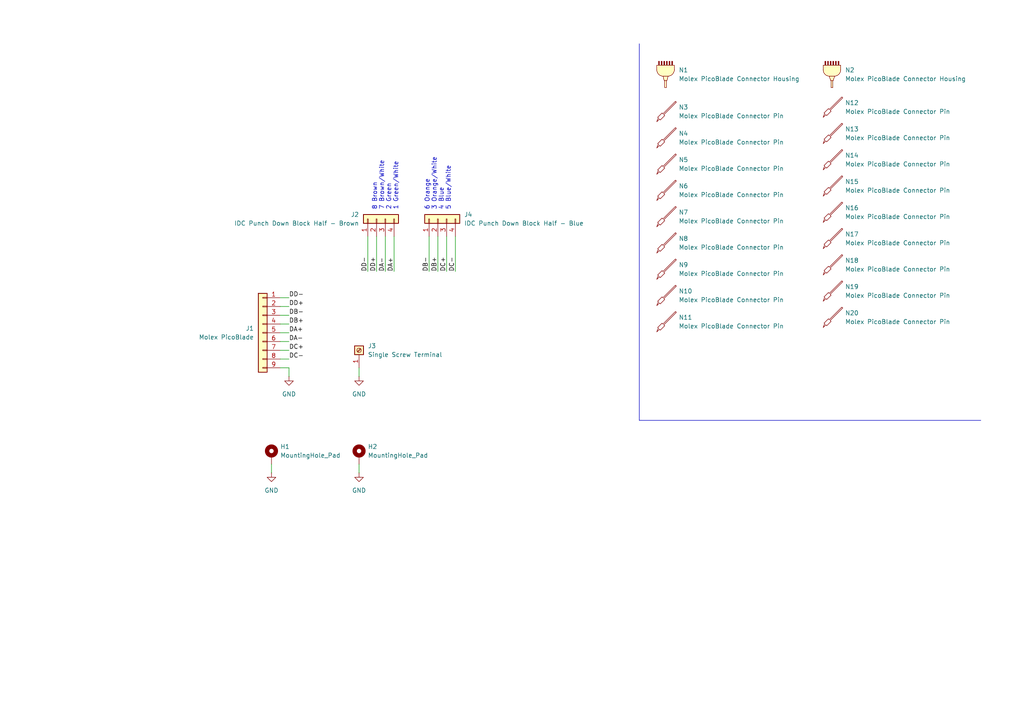
<source format=kicad_sch>
(kicad_sch (version 20231120) (generator "eeschema") (generator_version "8.0")
  (paper "A4")
  (lib_symbols
    (symbol "0jons_creations:BomOnly_Connector" (pin_names (offset 1.016)) (on_board no)
      (property "Reference" "N" (at 5.08 1.27 0))
      (property "Value" "Connector" (at 5.08 -1.27 0))
      (symbol "BomOnly_Connector_1_1"
        (arc (start -2.54 1.397) (mid -2.0393 0.0821) (end -0.762 -0.508) (fill (type background)))
        (rectangle (start -2.032 3.81) (end -1.778 2.667) (fill (type outline)))
        (rectangle (start -1.27 3.81) (end -1.016 2.667) (fill (type outline)))
        (rectangle (start -1.016 1.524) (end 0.635 -0.4572) (stroke (width -0.0001)) (fill (type background)))
        (rectangle (start -0.508 3.81) (end -0.254 2.667) (fill (type outline)))
        (polyline (pts (xy 0.635 -0.508) (xy -0.762 -0.508)))
        (polyline (pts (xy -0.762 -0.508) (xy -0.381 -1.778) (xy 0.381 -1.778) (xy 0.762 -0.508)) (fill (type background)))
        (polyline (pts (xy -0.254 -1.778) (xy -0.254 -3.81) (xy 0.254 -3.81) (xy 0.254 -1.778)) (fill (type background)))
        (polyline (pts (xy 2.54 1.27) (xy 2.54 2.667) (xy -2.54 2.667) (xy -2.54 1.27)) (fill (type background)))
        (rectangle (start 0.254 3.81) (end 0.508 2.667) (fill (type outline)))
        (arc (start 0.6351 -0.5081) (mid 1.9818 0.0503) (end 2.54 1.397) (fill (type background)))
        (rectangle (start 1.016 3.81) (end 1.27 2.667) (fill (type outline)))
        (rectangle (start 1.778 3.81) (end 2.032 2.667) (fill (type outline)))
      )
    )
    (symbol "0jons_creations:BomOnly_PinForConnector" (pin_names (offset 1.016)) (on_board no)
      (property "Reference" "N" (at 5.08 1.27 0))
      (property "Value" "Pin for connector" (at 5.08 -1.27 0))
      (symbol "BomOnly_PinForConnector_0_1"
        (polyline (pts (xy 2.794 3.556) (xy -0.762 0) (xy -1.016 0.254) (xy -2.286 -1.016) (xy -2.032 -1.27) (xy -2.286 -1.524) (xy -2.54 -2.286) (xy -1.778 -1.524) (xy -1.524 -1.778) (xy -0.254 -0.508) (xy -0.508 -0.254) (xy 3.048 3.302)))
        (arc (start 3.048 3.302) (mid 3.0321 3.5401) (end 2.794 3.556))
      )
    )
    (symbol "Connector:Screw_Terminal_01x01" (pin_names (offset 1.016) hide)
      (property "Reference" "J" (at 0 2.54 0))
      (property "Value" "Screw_Terminal_01x01" (at 0 -2.54 0))
      (symbol "Screw_Terminal_01x01_1_1"
        (rectangle (start -1.27 1.27) (end 1.27 -1.27) (stroke (width 0.254)) (fill (type background)))
        (polyline (pts (xy -0.5334 0.3302) (xy 0.3302 -0.508)) (stroke (width 0.1524)))
        (polyline (pts (xy -0.3556 0.508) (xy 0.508 -0.3302)) (stroke (width 0.1524)))
        (circle (center 0 0) (radius 0.635) (stroke (width 0.1524)))
        (pin passive line (at -5.08 0 0) (length 3.81) (name "Pin_1") (number "1"))
      )
    )
    (symbol "Connector_Generic:Conn_01x04" (pin_names (offset 1.016) hide)
      (property "Reference" "J" (at 0 5.08 0))
      (property "Value" "Conn_01x04" (at 0 -7.62 0))
      (symbol "Conn_01x04_1_1"
        (rectangle (start -1.27 -4.953) (end 0 -5.207) (stroke (width 0.1524)))
        (rectangle (start -1.27 -2.413) (end 0 -2.667) (stroke (width 0.1524)))
        (rectangle (start -1.27 0.127) (end 0 -0.127) (stroke (width 0.1524)))
        (rectangle (start -1.27 2.667) (end 0 2.413) (stroke (width 0.1524)))
        (rectangle (start -1.27 3.81) (end 1.27 -6.35) (stroke (width 0.254)) (fill (type background)))
        (pin passive line (at -5.08 2.54 0) (length 3.81) (name "Pin_1") (number "1"))
        (pin passive line (at -5.08 0 0) (length 3.81) (name "Pin_2") (number "2"))
        (pin passive line (at -5.08 -2.54 0) (length 3.81) (name "Pin_3") (number "3"))
        (pin passive line (at -5.08 -5.08 0) (length 3.81) (name "Pin_4") (number "4"))
      )
    )
    (symbol "Connector_Generic:Conn_01x09" (pin_names (offset 1.016) hide)
      (property "Reference" "J" (at 0 12.7 0))
      (property "Value" "Conn_01x09" (at 0 -12.7 0))
      (symbol "Conn_01x09_1_1"
        (rectangle (start -1.27 -10.033) (end 0 -10.287) (stroke (width 0.1524)))
        (rectangle (start -1.27 -7.493) (end 0 -7.747) (stroke (width 0.1524)))
        (rectangle (start -1.27 -4.953) (end 0 -5.207) (stroke (width 0.1524)))
        (rectangle (start -1.27 -2.413) (end 0 -2.667) (stroke (width 0.1524)))
        (rectangle (start -1.27 0.127) (end 0 -0.127) (stroke (width 0.1524)))
        (rectangle (start -1.27 2.667) (end 0 2.413) (stroke (width 0.1524)))
        (rectangle (start -1.27 5.207) (end 0 4.953) (stroke (width 0.1524)))
        (rectangle (start -1.27 7.747) (end 0 7.493) (stroke (width 0.1524)))
        (rectangle (start -1.27 10.287) (end 0 10.033) (stroke (width 0.1524)))
        (rectangle (start -1.27 11.43) (end 1.27 -11.43) (stroke (width 0.254)) (fill (type background)))
        (pin passive line (at -5.08 10.16 0) (length 3.81) (name "Pin_1") (number "1"))
        (pin passive line (at -5.08 7.62 0) (length 3.81) (name "Pin_2") (number "2"))
        (pin passive line (at -5.08 5.08 0) (length 3.81) (name "Pin_3") (number "3"))
        (pin passive line (at -5.08 2.54 0) (length 3.81) (name "Pin_4") (number "4"))
        (pin passive line (at -5.08 0 0) (length 3.81) (name "Pin_5") (number "5"))
        (pin passive line (at -5.08 -2.54 0) (length 3.81) (name "Pin_6") (number "6"))
        (pin passive line (at -5.08 -5.08 0) (length 3.81) (name "Pin_7") (number "7"))
        (pin passive line (at -5.08 -7.62 0) (length 3.81) (name "Pin_8") (number "8"))
        (pin passive line (at -5.08 -10.16 0) (length 3.81) (name "Pin_9") (number "9"))
      )
    )
    (symbol "Mechanical:MountingHole_Pad" (pin_numbers hide) (pin_names (offset 1.016) hide)
      (property "Reference" "H" (at 0 6.35 0))
      (property "Value" "MountingHole_Pad" (at 0 4.445 0))
      (symbol "MountingHole_Pad_0_1"
        (circle (center 0 1.27) (radius 1.27) (stroke (width 1.27)))
      )
      (symbol "MountingHole_Pad_1_1"
        (pin input line (at 0 -2.54 90) (length 2.54) (name "1") (number "1"))
      )
    )
    (symbol "power:GND" (power) (pin_numbers hide) (pin_names (offset 0) hide)
      (property "Value" "GND" (at 0 -3.81 0))
      (symbol "GND_0_1"
        (polyline (pts (xy 0 0) (xy 0 -1.27) (xy 1.27 -1.27) (xy 0 -2.54) (xy -1.27 -1.27) (xy 0 -1.27)))
      )
      (symbol "GND_1_1"
        (pin power_in line (at 0 0 270) (length 0) (name "~") (number "1"))
      )
    )
  )
  (wire (pts (xy 114.3 78.74) (xy 114.3 68.58)))
  (wire (pts (xy 127 78.74) (xy 127 68.58)))
  (wire (pts (xy 81.28 101.6) (xy 83.82 101.6)))
  (wire (pts (xy 81.28 106.68) (xy 83.82 106.68)))
  (wire (pts (xy 81.28 86.36) (xy 83.82 86.36)))
  (wire (pts (xy 132.08 78.74) (xy 132.08 68.58)))
  (wire (pts (xy 81.28 93.98) (xy 83.82 93.98)))
  (wire (pts (xy 81.28 88.9) (xy 83.82 88.9)))
  (wire (pts (xy 124.46 78.74) (xy 124.46 68.58)))
  (polyline (pts (xy 185.42 121.92) (xy 284.48 121.92)))
  (wire (pts (xy 106.68 78.74) (xy 106.68 68.58)))
  (wire (pts (xy 83.82 106.68) (xy 83.82 109.22)))
  (wire (pts (xy 81.28 96.52) (xy 83.82 96.52)))
  (wire (pts (xy 104.14 134.62) (xy 104.14 137.16)))
  (wire (pts (xy 81.28 99.06) (xy 83.82 99.06)))
  (wire (pts (xy 81.28 91.44) (xy 83.82 91.44)))
  (wire (pts (xy 81.28 104.14) (xy 83.82 104.14)))
  (wire (pts (xy 109.22 78.74) (xy 109.22 68.58)))
  (wire (pts (xy 111.76 78.74) (xy 111.76 68.58)))
  (polyline (pts (xy 185.42 12.7) (xy 185.42 121.92)))
  (wire (pts (xy 129.54 78.74) (xy 129.54 68.58)))
  (wire (pts (xy 78.74 134.62) (xy 78.74 137.16)))
  (wire (pts (xy 104.14 106.68) (xy 104.14 109.22)))
  (text "8 Brown\n7 Brown/White\n2 Green\n1 Green/White" (at 111.76 60.96 90) (effects (font (size 1.27 1.27)) (justify left)))
  (text "6 Orange\n3 Orange/White\n4 Blue\n5 Blue/White" (at 127 60.96 90) (effects (font (size 1.27 1.27)) (justify left)))
  (label "DB-" (at 124.46 78.74 90))
  (label "DD+" (at 109.22 78.74 90))
  (label "DD-" (at 83.82 86.36 0))
  (label "DB+" (at 127 78.74 90))
  (label "DB+" (at 83.82 93.98 0))
  (label "DD+" (at 83.82 88.9 0))
  (label "DD-" (at 106.68 78.74 90))
  (label "DB-" (at 83.82 91.44 0))
  (label "DA-" (at 111.76 78.74 90))
  (label "DC-" (at 83.82 104.14 0))
  (label "DC-" (at 132.08 78.74 90))
  (label "DA+" (at 83.82 96.52 0))
  (label "DC+" (at 83.82 101.6 0))
  (label "DC+" (at 129.54 78.74 90))
  (label "DA+" (at 114.3 78.74 90))
  (label "DA-" (at 83.82 99.06 0))
  (symbol (lib_id "0jons_creations:BomOnly_PinForConnector") (at 193.04 86.36 0) (unit 1) (on_board no)
    (property "Reference" "N10" (at 196.85 84.4363 0) (effects (justify left)))
    (property "Value" "Molex PicoBlade Connector Pin" (at 196.85 86.9763 0) (effects (justify left)))
    (property "Description" "BOM-Only: Pin for connector" (effects (hide yes)))
    (property "Manufacturer" "Molex" (effects (hide yes)))
  )
  (symbol (lib_id "0jons_creations:BomOnly_Connector") (at 241.3 21.59 0) (unit 1) (on_board no)
    (property "Reference" "N2" (at 245.11 20.3199 0) (effects (justify left)))
    (property "Value" "Molex PicoBlade Connector Housing" (at 245.11 22.8599 0) (effects (justify left)))
    (property "Datasheet" "https://tools.molex.com/pdm_docs/ps/PS-51021-009.pdf" (effects (hide yes)))
    (property "Description" "BOM-Only: Connector" (effects (hide yes)))
    (property "DigiKey" "WM1727-ND" (effects (hide yes)))
    (property "MPN" "0510210900" (effects (hide yes)))
    (property "Manufacturer" "Molex" (effects (hide yes)))
  )
  (symbol (lib_id "Mechanical:MountingHole_Pad") (at 104.14 132.08 0) (unit 1) (in_bom no)
    (property "Reference" "H2" (at 106.68 129.5399 0) (effects (justify left)))
    (property "Value" "MountingHole_Pad" (at 106.68 132.0799 0) (effects (justify left)))
    (property "Footprint" "MountingHole:MountingHole_2.2mm_M2_Pad" (effects (hide yes)))
    (property "Description" "Mounting Hole with connection" (effects (hide yes)))
  )
  (symbol (lib_id "0jons_creations:BomOnly_PinForConnector") (at 241.3 62.23 0) (unit 1) (on_board no)
    (property "Reference" "N16" (at 245.11 60.3063 0) (effects (justify left)))
    (property "Value" "Molex PicoBlade Connector Pin" (at 245.11 62.8463 0) (effects (justify left)))
    (property "Description" "BOM-Only: Pin for connector" (effects (hide yes)))
    (property "Manufacturer" "Molex" (effects (hide yes)))
  )
  (symbol (lib_id "0jons_creations:BomOnly_PinForConnector") (at 241.3 54.61 0) (unit 1) (on_board no)
    (property "Reference" "N15" (at 245.11 52.6863 0) (effects (justify left)))
    (property "Value" "Molex PicoBlade Connector Pin" (at 245.11 55.2263 0) (effects (justify left)))
    (property "Description" "BOM-Only: Pin for connector" (effects (hide yes)))
    (property "Manufacturer" "Molex" (effects (hide yes)))
  )
  (symbol (lib_id "0jons_creations:BomOnly_PinForConnector") (at 193.04 40.64 0) (unit 1) (on_board no)
    (property "Reference" "N4" (at 196.85 38.7163 0) (effects (justify left)))
    (property "Value" "Molex PicoBlade Connector Pin" (at 196.85 41.2563 0) (effects (justify left)))
    (property "Description" "BOM-Only: Pin for connector" (effects (hide yes)))
    (property "Manufacturer" "Molex" (effects (hide yes)))
  )
  (symbol (lib_id "0jons_creations:BomOnly_PinForConnector") (at 193.04 33.02 0) (unit 1) (on_board no)
    (property "Reference" "N3" (at 196.85 31.0963 0) (effects (justify left)))
    (property "Value" "Molex PicoBlade Connector Pin" (at 196.85 33.6363 0) (effects (justify left)))
    (property "Description" "BOM-Only: Pin for connector" (effects (hide yes)))
    (property "Manufacturer" "Molex" (effects (hide yes)))
  )
  (symbol (lib_id "Connector:Screw_Terminal_01x01") (at 104.14 101.6 90) (unit 1)
    (property "Reference" "J3" (at 106.68 100.3299 90) (effects (justify right)))
    (property "Value" "Single Screw Terminal" (at 106.68 102.8699 90) (effects (justify right)))
    (property "Footprint" "0jons_creations:TerminalBlock_MetzConnect_360381_1x01_Horizontal_ScrewM3.0" (effects (hide yes)))
    (property "Datasheet" "https://www.metz-connect.com/externalfiles/360381/863872.PDF" (effects (hide yes)))
    (property "DigiKey" "1849-1248-ND" (effects (hide yes)))
    (property "MPN" "360381" (effects (hide yes)))
    (property "Manufacturer" "METZ CONNECT USA Inc." (effects (hide yes)))
  )
  (symbol (lib_id "0jons_creations:BomOnly_PinForConnector") (at 193.04 48.26 0) (unit 1) (on_board no)
    (property "Reference" "N5" (at 196.85 46.3363 0) (effects (justify left)))
    (property "Value" "Molex PicoBlade Connector Pin" (at 196.85 48.8763 0) (effects (justify left)))
    (property "Description" "BOM-Only: Pin for connector" (effects (hide yes)))
    (property "Manufacturer" "Molex" (effects (hide yes)))
  )
  (symbol (lib_id "0jons_creations:BomOnly_PinForConnector") (at 241.3 46.99 0) (unit 1) (on_board no)
    (property "Reference" "N14" (at 245.11 45.0663 0) (effects (justify left)))
    (property "Value" "Molex PicoBlade Connector Pin" (at 245.11 47.6063 0) (effects (justify left)))
    (property "Description" "BOM-Only: Pin for connector" (effects (hide yes)))
    (property "Manufacturer" "Molex" (effects (hide yes)))
  )
  (symbol (lib_id "power:GND") (at 78.74 137.16 0) (unit 1)
    (property "Reference" "#PWR03" (effects (hide yes)))
    (property "Value" "GND" (at 78.74 142.24 0))
    (property "Description" "Power symbol creates a global label with name \"GND\" , ground" (effects (hide yes)))
  )
  (symbol (lib_id "Connector_Generic:Conn_01x04") (at 109.22 63.5 90) (unit 1)
    (property "Reference" "J2" (at 104.14 62.2299 90) (effects (justify left)))
    (property "Value" "IDC Punch Down Block Half - Brown" (at 104.14 64.7699 90) (effects (justify left)))
    (property "Footprint" "0jons_creations:Connector_IDC_8P_Cat6A_Stewart_SS-51000-003_Half" (effects (hide yes)))
    (property "Datasheet" "https://www.belfuse.com/resources/drawings/stewartconnector/dr-stw-ss-51000-004.pdf" (effects (hide yes)))
    (property "Manufacturer" "Stewart Connector" (effects (hide yes)))
    (property "MPN" "SS-51000-004" (effects (hide yes)))
    (property "DigiKey" "380-1307-ND" (effects (hide yes)))
  )
  (symbol (lib_id "0jons_creations:BomOnly_PinForConnector") (at 193.04 93.98 0) (unit 1) (on_board no)
    (property "Reference" "N11" (at 196.85 92.0563 0) (effects (justify left)))
    (property "Value" "Molex PicoBlade Connector Pin" (at 196.85 94.5963 0) (effects (justify left)))
    (property "Description" "BOM-Only: Pin for connector" (effects (hide yes)))
    (property "Manufacturer" "Molex" (effects (hide yes)))
  )
  (symbol (lib_id "0jons_creations:BomOnly_PinForConnector") (at 241.3 69.85 0) (unit 1) (on_board no)
    (property "Reference" "N17" (at 245.11 67.9263 0) (effects (justify left)))
    (property "Value" "Molex PicoBlade Connector Pin" (at 245.11 70.4663 0) (effects (justify left)))
    (property "Description" "BOM-Only: Pin for connector" (effects (hide yes)))
    (property "Manufacturer" "Molex" (effects (hide yes)))
  )
  (symbol (lib_id "0jons_creations:BomOnly_PinForConnector") (at 241.3 77.47 0) (unit 1) (on_board no)
    (property "Reference" "N18" (at 245.11 75.5463 0) (effects (justify left)))
    (property "Value" "Molex PicoBlade Connector Pin" (at 245.11 78.0863 0) (effects (justify left)))
    (property "Description" "BOM-Only: Pin for connector" (effects (hide yes)))
    (property "Manufacturer" "Molex" (effects (hide yes)))
  )
  (symbol (lib_id "0jons_creations:BomOnly_PinForConnector") (at 241.3 39.37 0) (unit 1) (on_board no)
    (property "Reference" "N13" (at 245.11 37.4463 0) (effects (justify left)))
    (property "Value" "Molex PicoBlade Connector Pin" (at 245.11 39.9863 0) (effects (justify left)))
    (property "Description" "BOM-Only: Pin for connector" (effects (hide yes)))
    (property "Manufacturer" "Molex" (effects (hide yes)))
  )
  (symbol (lib_id "Mechanical:MountingHole_Pad") (at 78.74 132.08 0) (unit 1) (in_bom no)
    (property "Reference" "H1" (at 81.28 129.5399 0) (effects (justify left)))
    (property "Value" "MountingHole_Pad" (at 81.28 132.0799 0) (effects (justify left)))
    (property "Footprint" "MountingHole:MountingHole_2.2mm_M2_Pad" (effects (hide yes)))
    (property "Description" "Mounting Hole with connection" (effects (hide yes)))
  )
  (symbol (lib_id "0jons_creations:BomOnly_PinForConnector") (at 193.04 63.5 0) (unit 1) (on_board no)
    (property "Reference" "N7" (at 196.85 61.5763 0) (effects (justify left)))
    (property "Value" "Molex PicoBlade Connector Pin" (at 196.85 64.1163 0) (effects (justify left)))
    (property "Description" "BOM-Only: Pin for connector" (effects (hide yes)))
    (property "Manufacturer" "Molex" (effects (hide yes)))
  )
  (symbol (lib_id "Connector_Generic:Conn_01x09") (at 76.2 96.52 0) (mirror y) (unit 1)
    (property "Reference" "J1" (at 73.66 95.25 0) (effects (justify left)))
    (property "Value" "Molex PicoBlade" (at 73.66 97.79 0) (effects (justify left)))
    (property "Footprint" "0jons_creations:Molex_PicoBlade_53048-0910_1x09_P1.25mm_Horizontal" (effects (hide yes)))
    (property "DigiKey" "WM1749-ND" (effects (hide yes)))
    (property "MPN" "0530480910" (effects (hide yes)))
    (property "Manufacturer" "Molex" (effects (hide yes)))
  )
  (symbol (lib_id "power:GND") (at 104.14 137.16 0) (unit 1)
    (property "Reference" "#PWR04" (effects (hide yes)))
    (property "Value" "GND" (at 104.14 142.24 0))
    (property "Description" "Power symbol creates a global label with name \"GND\" , ground" (effects (hide yes)))
  )
  (symbol (lib_id "power:GND") (at 104.14 109.22 0) (unit 1)
    (property "Reference" "#PWR01" (effects (hide yes)))
    (property "Value" "GND" (at 104.14 114.3 0))
    (property "Description" "Power symbol creates a global label with name \"GND\" , ground" (effects (hide yes)))
  )
  (symbol (lib_id "0jons_creations:BomOnly_Connector") (at 193.04 21.59 0) (unit 1) (on_board no)
    (property "Reference" "N1" (at 196.85 20.3199 0) (effects (justify left)))
    (property "Value" "Molex PicoBlade Connector Housing" (at 196.85 22.8599 0) (effects (justify left)))
    (property "Datasheet" "https://tools.molex.com/pdm_docs/ps/PS-51021-009.pdf" (effects (hide yes)))
    (property "Description" "BOM-Only: Connector" (effects (hide yes)))
    (property "DigiKey" "WM1727-ND" (effects (hide yes)))
    (property "MPN" "0510210900" (effects (hide yes)))
    (property "Manufacturer" "Molex" (effects (hide yes)))
  )
  (symbol (lib_id "power:GND") (at 83.82 109.22 0) (unit 1)
    (property "Reference" "#PWR02" (effects (hide yes)))
    (property "Value" "GND" (at 83.82 114.3 0))
    (property "Description" "Power symbol creates a global label with name \"GND\" , ground" (effects (hide yes)))
  )
  (symbol (lib_id "0jons_creations:BomOnly_PinForConnector") (at 193.04 55.88 0) (unit 1) (on_board no)
    (property "Reference" "N6" (at 196.85 53.9563 0) (effects (justify left)))
    (property "Value" "Molex PicoBlade Connector Pin" (at 196.85 56.4963 0) (effects (justify left)))
    (property "Description" "BOM-Only: Pin for connector" (effects (hide yes)))
    (property "Manufacturer" "Molex" (effects (hide yes)))
  )
  (symbol (lib_id "Connector_Generic:Conn_01x04") (at 127 63.5 90) (unit 1) (in_bom no)
    (property "Reference" "J4" (at 134.62 62.2299 90) (effects (justify right)))
    (property "Value" "IDC Punch Down Block Half - Blue" (at 134.62 64.7699 90) (effects (justify right)))
    (property "Footprint" "0jons_creations:Connector_IDC_8P_Cat6A_Stewart_SS-51000-003_Half" (effects (hide yes)))
    (property "Datasheet" "https://www.belfuse.com/resources/drawings/stewartconnector/dr-stw-ss-51000-004.pdf" (effects (hide yes)))
    (property "DigiKey" "380-1307-ND" (effects (hide yes)))
    (property "MPN" "SS-51000-004" (effects (hide yes)))
    (property "Manufacturer" "Stewart Connector" (effects (hide yes)))
  )
  (symbol (lib_id "0jons_creations:BomOnly_PinForConnector") (at 241.3 85.09 0) (unit 1) (on_board no)
    (property "Reference" "N19" (at 245.11 83.1663 0) (effects (justify left)))
    (property "Value" "Molex PicoBlade Connector Pin" (at 245.11 85.7063 0) (effects (justify left)))
    (property "Description" "BOM-Only: Pin for connector" (effects (hide yes)))
    (property "Manufacturer" "Molex" (effects (hide yes)))
  )
  (symbol (lib_id "0jons_creations:BomOnly_PinForConnector") (at 241.3 31.75 0) (unit 1) (on_board no)
    (property "Reference" "N12" (at 245.11 29.8263 0) (effects (justify left)))
    (property "Value" "Molex PicoBlade Connector Pin" (at 245.11 32.3663 0) (effects (justify left)))
    (property "Description" "BOM-Only: Pin for connector" (effects (hide yes)))
    (property "Manufacturer" "Molex" (effects (hide yes)))
  )
  (symbol (lib_id "0jons_creations:BomOnly_PinForConnector") (at 193.04 71.12 0) (unit 1) (on_board no)
    (property "Reference" "N8" (at 196.85 69.1963 0) (effects (justify left)))
    (property "Value" "Molex PicoBlade Connector Pin" (at 196.85 71.7363 0) (effects (justify left)))
    (property "Description" "BOM-Only: Pin for connector" (effects (hide yes)))
    (property "Manufacturer" "Molex" (effects (hide yes)))
  )
  (symbol (lib_id "0jons_creations:BomOnly_PinForConnector") (at 241.3 92.71 0) (unit 1) (on_board no)
    (property "Reference" "N20" (at 245.11 90.7863 0) (effects (justify left)))
    (property "Value" "Molex PicoBlade Connector Pin" (at 245.11 93.3263 0) (effects (justify left)))
    (property "Description" "BOM-Only: Pin for connector" (effects (hide yes)))
    (property "Manufacturer" "Molex" (effects (hide yes)))
  )
  (symbol (lib_id "0jons_creations:BomOnly_PinForConnector") (at 193.04 78.74 0) (unit 1) (on_board no)
    (property "Reference" "N9" (at 196.85 76.8163 0) (effects (justify left)))
    (property "Value" "Molex PicoBlade Connector Pin" (at 196.85 79.3563 0) (effects (justify left)))
    (property "Description" "BOM-Only: Pin for connector" (effects (hide yes)))
    (property "Manufacturer" "Molex" (effects (hide yes)))
  )
)
</source>
